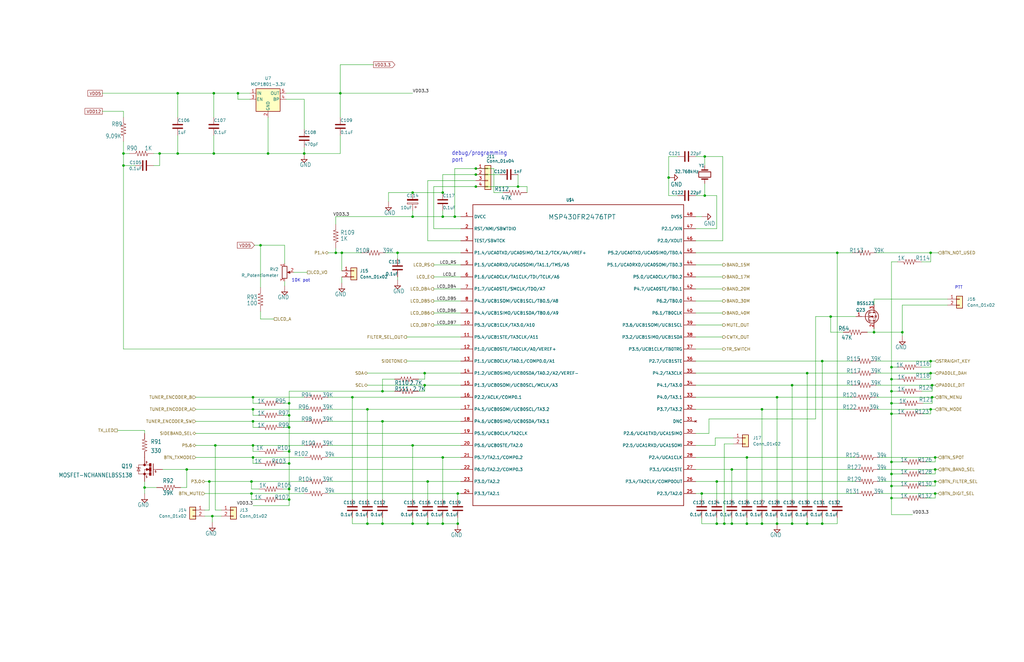
<source format=kicad_sch>
(kicad_sch (version 20230121) (generator eeschema)
  (paper "B")
  (junction (at 161.29 177.8))
  (junction (at 89.535 217.805))
  (junction (at 297.18 82.55))
  (junction (at 375.92 174.625))
  (junction (at 193.04 220.98))
  (junction (at 173.99 187.96))
  (junction (at 74.93 64.77))
  (junction (at 340.36 220.98))
  (junction (at 106.68 167.64))
  (junction (at 173.99 91.44))
  (junction (at 302.26 220.98))
  (junction (at 314.96 220.98))
  (junction (at 106.68 187.96))
  (junction (at 121.92 190.5))
  (junction (at 200.66 73.66))
  (junction (at 394.335 198.12))
  (junction (at 308.61 220.98))
  (junction (at 52.07 69.85))
  (junction (at 180.34 220.98))
  (junction (at 346.71 152.4))
  (junction (at 393.065 162.56))
  (junction (at 375.92 165.1))
  (junction (at 74.93 39.37))
  (junction (at 375.92 154.94))
  (junction (at 186.69 81.28))
  (junction (at 161.29 220.98))
  (junction (at 334.01 162.56))
  (junction (at 295.91 208.28))
  (junction (at 173.99 81.28))
  (junction (at 186.69 193.04))
  (junction (at 179.07 162.56))
  (junction (at 392.43 172.72))
  (junction (at 394.335 203.2))
  (junction (at 375.92 200.025))
  (junction (at 314.96 193.04))
  (junction (at 281.94 74.93))
  (junction (at 186.69 91.44))
  (junction (at 353.06 106.68))
  (junction (at 392.43 157.48))
  (junction (at 173.99 220.98))
  (junction (at 121.92 195.58))
  (junction (at 141.605 106.68))
  (junction (at 308.61 198.12))
  (junction (at 121.92 210.82))
  (junction (at 297.18 66.04))
  (junction (at 218.44 78.74))
  (junction (at 78.74 198.12))
  (junction (at 392.43 152.4))
  (junction (at 67.31 64.77))
  (junction (at 302.26 203.2))
  (junction (at 161.29 165.1))
  (junction (at 52.07 64.77))
  (junction (at 128.27 64.77))
  (junction (at 90.17 39.37))
  (junction (at 327.66 167.64))
  (junction (at 186.69 220.98))
  (junction (at 380.492 140.208))
  (junction (at 60.96 205.74))
  (junction (at 375.92 210.185))
  (junction (at 375.92 160.02))
  (junction (at 392.43 106.68))
  (junction (at 375.92 194.945))
  (junction (at 180.34 203.2))
  (junction (at 113.03 64.77))
  (junction (at 200.66 78.74))
  (junction (at 200.66 71.12))
  (junction (at 90.17 64.77))
  (junction (at 321.31 220.98))
  (junction (at 393.065 167.64))
  (junction (at 368.554 140.208))
  (junction (at 90.805 187.96))
  (junction (at 327.66 220.98))
  (junction (at 305.435 220.98))
  (junction (at 346.71 220.98))
  (junction (at 375.92 170.18))
  (junction (at 106.045 203.2))
  (junction (at 106.68 172.72))
  (junction (at 106.68 177.8))
  (junction (at 179.07 157.48))
  (junction (at 106.68 193.04))
  (junction (at 106.045 208.28))
  (junction (at 340.36 157.48))
  (junction (at 321.31 172.72))
  (junction (at 154.94 220.98))
  (junction (at 193.04 208.28))
  (junction (at 394.335 208.28))
  (junction (at 88.265 203.2))
  (junction (at 191.77 91.44))
  (junction (at 144.145 106.68))
  (junction (at 143.51 39.37))
  (junction (at 334.01 220.98))
  (junction (at 167.64 106.68))
  (junction (at 350.266 133.604))
  (junction (at 375.92 205.105))
  (junction (at 100.33 39.37))
  (junction (at 109.855 103.505))
  (junction (at 121.92 175.26))
  (junction (at 148.59 167.64))
  (junction (at 121.92 170.18))
  (junction (at 394.335 193.04))
  (junction (at 154.94 172.72))
  (junction (at 121.92 180.34))
  (junction (at 121.92 206.375))
  (wire (pts (xy 76.2 205.74) (xy 78.74 205.74)))
  (wire (pts (xy 67.31 69.85) (xy 67.31 64.77)))
  (wire (pts (xy 353.06 218.44) (xy 353.06 220.98)))
  (wire (pts (xy 369.57 106.68) (xy 392.43 106.68)))
  (wire (pts (xy 394.335 210.185) (xy 394.335 208.28)))
  (wire (pts (xy 353.06 106.68) (xy 353.06 210.82)))
  (wire (pts (xy 89.535 217.805) (xy 93.345 217.805)))
  (wire (pts (xy 191.77 71.12) (xy 200.66 71.12)))
  (wire (pts (xy 293.37 147.32) (xy 304.8 147.32)))
  (wire (pts (xy 163.83 81.28) (xy 173.99 81.28)))
  (wire (pts (xy 144.145 106.68) (xy 141.605 106.68)))
  (wire (pts (xy 109.855 121.285) (xy 109.855 103.505)))
  (wire (pts (xy 162.56 106.68) (xy 167.64 106.68)))
  (wire (pts (xy 52.07 69.85) (xy 52.07 147.32)))
  (wire (pts (xy 74.93 39.37) (xy 90.17 39.37)))
  (wire (pts (xy 375.92 110.49) (xy 378.46 110.49)))
  (wire (pts (xy 293.37 111.76) (xy 304.8 111.76)))
  (wire (pts (xy 128.27 167.64) (xy 106.68 167.64)))
  (wire (pts (xy 369.57 157.48) (xy 392.43 157.48)))
  (wire (pts (xy 143.51 57.15) (xy 143.51 64.77)))
  (wire (pts (xy 302.26 218.44) (xy 302.26 220.98)))
  (wire (pts (xy 171.45 142.24) (xy 194.31 142.24)))
  (wire (pts (xy 121.92 206.375) (xy 121.92 210.82)))
  (wire (pts (xy 74.93 49.53) (xy 74.93 39.37)))
  (wire (pts (xy 180.34 203.2) (xy 180.34 210.82)))
  (wire (pts (xy 305.435 220.98) (xy 308.61 220.98)))
  (wire (pts (xy 375.92 200.025) (xy 380.365 200.025)))
  (wire (pts (xy 186.69 193.04) (xy 186.69 210.82)))
  (wire (pts (xy 86.36 208.28) (xy 106.045 208.28)))
  (wire (pts (xy 180.34 76.2) (xy 180.34 101.6)))
  (wire (pts (xy 194.31 167.64) (xy 148.59 167.64)))
  (wire (pts (xy 138.43 177.8) (xy 161.29 177.8)))
  (wire (pts (xy 394.335 193.04) (xy 395.605 193.04)))
  (wire (pts (xy 350.266 133.604) (xy 350.266 140.208)))
  (wire (pts (xy 392.43 154.94) (xy 392.43 152.4)))
  (wire (pts (xy 74.93 57.15) (xy 74.93 64.77)))
  (wire (pts (xy 121.92 175.26) (xy 121.92 180.34)))
  (wire (pts (xy 167.64 106.68) (xy 167.64 109.22)))
  (wire (pts (xy 375.92 165.1) (xy 378.46 165.1)))
  (wire (pts (xy 154.94 157.48) (xy 179.07 157.48)))
  (wire (pts (xy 128.27 62.23) (xy 128.27 64.77)))
  (wire (pts (xy 105.41 41.91) (xy 100.33 41.91)))
  (wire (pts (xy 141.605 91.44) (xy 173.99 91.44)))
  (wire (pts (xy 393.065 167.64) (xy 394.335 167.64)))
  (wire (pts (xy 148.59 218.44) (xy 148.59 220.98)))
  (wire (pts (xy 173.99 187.96) (xy 173.99 210.82)))
  (wire (pts (xy 375.92 170.18) (xy 375.92 174.625)))
  (wire (pts (xy 143.51 27.305) (xy 157.48 27.305)))
  (wire (pts (xy 52.07 69.85) (xy 57.15 69.85)))
  (wire (pts (xy 161.29 165.1) (xy 166.37 165.1)))
  (wire (pts (xy 370.84 198.12) (xy 394.335 198.12)))
  (wire (pts (xy 141.605 91.44) (xy 141.605 94.615)))
  (wire (pts (xy 353.06 106.68) (xy 359.41 106.68)))
  (wire (pts (xy 375.92 154.94) (xy 375.92 160.02)))
  (wire (pts (xy 194.31 208.28) (xy 193.04 208.28)))
  (wire (pts (xy 389.255 170.18) (xy 393.065 170.18)))
  (wire (pts (xy 176.53 165.1) (xy 179.07 165.1)))
  (wire (pts (xy 163.83 85.09) (xy 163.83 81.28)))
  (wire (pts (xy 304.8 66.04) (xy 297.18 66.04)))
  (wire (pts (xy 64.77 64.77) (xy 67.31 64.77)))
  (wire (pts (xy 182.88 78.74) (xy 182.88 96.52)))
  (wire (pts (xy 340.36 218.44) (xy 340.36 220.98)))
  (wire (pts (xy 346.71 218.44) (xy 346.71 220.98)))
  (wire (pts (xy 340.36 220.98) (xy 346.71 220.98)))
  (wire (pts (xy 297.18 82.55) (xy 293.37 82.55)))
  (wire (pts (xy 295.91 208.28) (xy 295.91 210.82)))
  (wire (pts (xy 346.71 152.4) (xy 346.71 210.82)))
  (wire (pts (xy 390.525 210.185) (xy 394.335 210.185)))
  (wire (pts (xy 78.74 198.12) (xy 194.31 198.12)))
  (wire (pts (xy 392.43 174.625) (xy 392.43 172.72)))
  (wire (pts (xy 340.36 157.48) (xy 359.41 157.48)))
  (wire (pts (xy 365.76 140.208) (xy 368.554 140.208)))
  (wire (pts (xy 186.69 73.66) (xy 200.66 73.66)))
  (wire (pts (xy 128.27 41.91) (xy 128.27 54.61)))
  (wire (pts (xy 375.92 210.185) (xy 375.92 217.17)))
  (wire (pts (xy 100.33 39.37) (xy 105.41 39.37)))
  (wire (pts (xy 295.91 218.44) (xy 295.91 220.98)))
  (wire (pts (xy 106.045 210.82) (xy 106.045 208.28)))
  (wire (pts (xy 64.77 69.85) (xy 67.31 69.85)))
  (wire (pts (xy 293.37 162.56) (xy 334.01 162.56)))
  (wire (pts (xy 394.335 198.12) (xy 395.605 198.12)))
  (wire (pts (xy 375.92 165.1) (xy 375.92 170.18)))
  (wire (pts (xy 293.37 157.48) (xy 340.36 157.48)))
  (wire (pts (xy 293.37 203.2) (xy 302.26 203.2)))
  (wire (pts (xy 375.92 174.625) (xy 379.095 174.625)))
  (wire (pts (xy 370.84 193.04) (xy 394.335 193.04)))
  (wire (pts (xy 128.27 177.8) (xy 106.68 177.8)))
  (wire (pts (xy 52.07 64.77) (xy 54.61 64.77)))
  (wire (pts (xy 295.91 220.98) (xy 302.26 220.98)))
  (wire (pts (xy 194.31 127) (xy 182.88 127)))
  (wire (pts (xy 119.38 170.18) (xy 121.92 170.18)))
  (wire (pts (xy 390.525 205.105) (xy 394.335 205.105)))
  (wire (pts (xy 90.805 187.96) (xy 106.68 187.96)))
  (wire (pts (xy 193.04 218.44) (xy 193.04 220.98)))
  (wire (pts (xy 60.96 205.74) (xy 60.96 208.28)))
  (wire (pts (xy 314.96 218.44) (xy 314.96 220.98)))
  (wire (pts (xy 293.37 132.08) (xy 304.8 132.08)))
  (wire (pts (xy 360.934 133.604) (xy 350.266 133.604)))
  (wire (pts (xy 186.69 193.04) (xy 194.31 193.04)))
  (wire (pts (xy 343.916 133.604) (xy 350.266 133.604)))
  (wire (pts (xy 191.77 71.12) (xy 191.77 91.44)))
  (wire (pts (xy 186.69 88.9) (xy 186.69 91.44)))
  (wire (pts (xy 392.43 157.48) (xy 394.335 157.48)))
  (wire (pts (xy 375.92 194.945) (xy 380.365 194.945)))
  (wire (pts (xy 119.38 206.375) (xy 121.92 206.375)))
  (wire (pts (xy 52.07 46.99) (xy 52.07 49.53)))
  (wire (pts (xy 340.36 157.48) (xy 340.36 210.82)))
  (wire (pts (xy 182.88 96.52) (xy 194.31 96.52)))
  (wire (pts (xy 90.17 64.77) (xy 113.03 64.77)))
  (wire (pts (xy 375.92 205.105) (xy 380.365 205.105)))
  (wire (pts (xy 86.36 215.265) (xy 88.265 215.265)))
  (wire (pts (xy 106.68 187.96) (xy 128.27 187.96)))
  (wire (pts (xy 314.96 193.04) (xy 360.68 193.04)))
  (wire (pts (xy 369.57 172.72) (xy 392.43 172.72)))
  (wire (pts (xy 281.94 66.04) (xy 285.75 66.04)))
  (wire (pts (xy 302.26 203.2) (xy 302.26 210.82)))
  (wire (pts (xy 106.68 177.8) (xy 82.55 177.8)))
  (wire (pts (xy 193.04 208.28) (xy 193.04 210.82)))
  (wire (pts (xy 138.43 172.72) (xy 154.94 172.72)))
  (wire (pts (xy 49.53 181.61) (xy 60.96 181.61)))
  (wire (pts (xy 106.68 172.72) (xy 82.55 172.72)))
  (wire (pts (xy 305.435 187.325) (xy 309.245 187.325)))
  (wire (pts (xy 86.36 217.805) (xy 89.535 217.805)))
  (wire (pts (xy 293.37 198.12) (xy 308.61 198.12)))
  (wire (pts (xy 297.18 69.85) (xy 297.18 66.04)))
  (wire (pts (xy 388.62 165.1) (xy 393.065 165.1)))
  (wire (pts (xy 390.525 194.945) (xy 394.335 194.945)))
  (wire (pts (xy 304.8 101.6) (xy 304.8 66.04)))
  (wire (pts (xy 194.31 106.68) (xy 167.64 106.68)))
  (wire (pts (xy 78.74 205.74) (xy 78.74 198.12)))
  (wire (pts (xy 120.65 41.91) (xy 128.27 41.91)))
  (wire (pts (xy 285.75 82.55) (xy 281.94 82.55)))
  (wire (pts (xy 179.07 162.56) (xy 194.31 162.56)))
  (wire (pts (xy 52.07 59.69) (xy 52.07 64.77)))
  (wire (pts (xy 154.94 172.72) (xy 154.94 210.82)))
  (wire (pts (xy 106.68 195.58) (xy 106.68 193.04)))
  (wire (pts (xy 143.51 39.37) (xy 143.51 49.53)))
  (wire (pts (xy 82.55 193.04) (xy 106.68 193.04)))
  (wire (pts (xy 394.335 200.025) (xy 394.335 198.12)))
  (wire (pts (xy 43.18 39.37) (xy 74.93 39.37)))
  (wire (pts (xy 369.57 162.56) (xy 393.065 162.56)))
  (wire (pts (xy 388.62 110.49) (xy 392.43 110.49)))
  (wire (pts (xy 194.31 203.2) (xy 180.34 203.2)))
  (wire (pts (xy 154.94 218.44) (xy 154.94 220.98)))
  (wire (pts (xy 194.31 116.84) (xy 182.88 116.84)))
  (wire (pts (xy 293.37 182.88) (xy 298.958 182.88)))
  (wire (pts (xy 293.37 172.72) (xy 321.31 172.72)))
  (wire (pts (xy 308.61 218.44) (xy 308.61 220.98)))
  (wire (pts (xy 128.27 203.2) (xy 106.045 203.2)))
  (wire (pts (xy 293.37 106.68) (xy 353.06 106.68)))
  (wire (pts (xy 90.805 215.265) (xy 90.805 187.96)))
  (wire (pts (xy 128.27 172.72) (xy 106.68 172.72)))
  (wire (pts (xy 82.55 182.88) (xy 194.31 182.88)))
  (wire (pts (xy 113.03 49.53) (xy 113.03 64.77)))
  (wire (pts (xy 113.03 64.77) (xy 128.27 64.77)))
  (wire (pts (xy 370.84 203.2) (xy 394.335 203.2)))
  (wire (pts (xy 120.65 39.37) (xy 143.51 39.37)))
  (wire (pts (xy 293.37 193.04) (xy 314.96 193.04)))
  (wire (pts (xy 194.31 172.72) (xy 154.94 172.72)))
  (wire (pts (xy 281.94 74.93) (xy 281.94 66.04)))
  (wire (pts (xy 148.59 167.64) (xy 148.59 210.82)))
  (wire (pts (xy 298.958 176.784) (xy 343.916 176.784)))
  (wire (pts (xy 161.29 218.44) (xy 161.29 220.98)))
  (wire (pts (xy 321.31 210.82) (xy 321.31 172.72)))
  (wire (pts (xy 106.68 213.36) (xy 121.92 213.36)))
  (wire (pts (xy 144.145 116.84) (xy 144.145 119.38)))
  (wire (pts (xy 121.92 170.18) (xy 121.92 175.26)))
  (wire (pts (xy 293.37 101.6) (xy 304.8 101.6)))
  (wire (pts (xy 375.92 174.625) (xy 375.92 194.945)))
  (wire (pts (xy 191.77 91.44) (xy 186.69 91.44)))
  (wire (pts (xy 353.06 220.98) (xy 346.71 220.98)))
  (wire (pts (xy 380.492 140.208) (xy 380.492 141.732)))
  (wire (pts (xy 138.43 187.96) (xy 173.99 187.96)))
  (wire (pts (xy 375.92 194.945) (xy 375.92 200.025)))
  (wire (pts (xy 218.44 78.74) (xy 218.44 73.66)))
  (wire (pts (xy 308.61 220.98) (xy 314.96 220.98)))
  (wire (pts (xy 334.01 218.44) (xy 334.01 220.98)))
  (wire (pts (xy 52.07 147.32) (xy 194.31 147.32)))
  (wire (pts (xy 392.43 106.68) (xy 395.605 106.68)))
  (wire (pts (xy 138.43 203.2) (xy 180.34 203.2)))
  (wire (pts (xy 106.68 175.26) (xy 106.68 172.72)))
  (wire (pts (xy 138.43 193.04) (xy 186.69 193.04)))
  (wire (pts (xy 392.43 160.02) (xy 392.43 157.48)))
  (wire (pts (xy 369.57 152.4) (xy 392.43 152.4)))
  (wire (pts (xy 109.22 180.34) (xy 106.68 180.34)))
  (wire (pts (xy 293.37 127) (xy 304.8 127)))
  (wire (pts (xy 218.44 78.74) (xy 222.25 78.74)))
  (wire (pts (xy 346.71 152.4) (xy 359.41 152.4)))
  (wire (pts (xy 154.94 220.98) (xy 161.29 220.98)))
  (wire (pts (xy 120.015 118.745) (xy 120.015 120.65)))
  (wire (pts (xy 293.37 167.64) (xy 327.66 167.64)))
  (wire (pts (xy 327.66 167.64) (xy 327.66 210.82)))
  (wire (pts (xy 375.92 210.185) (xy 380.365 210.185)))
  (wire (pts (xy 194.31 91.44) (xy 191.77 91.44)))
  (wire (pts (xy 161.29 177.8) (xy 161.29 210.82)))
  (wire (pts (xy 180.34 101.6) (xy 194.31 101.6)))
  (wire (pts (xy 394.335 208.28) (xy 395.605 208.28)))
  (wire (pts (xy 293.37 152.4) (xy 346.71 152.4)))
  (wire (pts (xy 173.99 91.44) (xy 173.99 88.9)))
  (wire (pts (xy 121.92 190.5) (xy 121.92 195.58)))
  (wire (pts (xy 52.07 64.77) (xy 52.07 69.85)))
  (wire (pts (xy 393.065 170.18) (xy 393.065 167.64)))
  (wire (pts (xy 334.01 220.98) (xy 340.36 220.98)))
  (wire (pts (xy 194.31 137.16) (xy 182.88 137.16)))
  (wire (pts (xy 394.335 205.105) (xy 394.335 203.2)))
  (wire (pts (xy 119.38 195.58) (xy 121.92 195.58)))
  (wire (pts (xy 109.22 210.82) (xy 106.045 210.82)))
  (wire (pts (xy 138.43 106.68) (xy 141.605 106.68)))
  (wire (pts (xy 138.43 208.28) (xy 193.04 208.28)))
  (wire (pts (xy 143.51 39.37) (xy 173.99 39.37)))
  (wire (pts (xy 176.53 160.02) (xy 179.07 160.02)))
  (wire (pts (xy 90.17 39.37) (xy 100.33 39.37)))
  (wire (pts (xy 106.68 180.34) (xy 106.68 177.8)))
  (wire (pts (xy 166.37 160.02) (xy 161.29 160.02)))
  (wire (pts (xy 120.015 103.505) (xy 120.015 111.125)))
  (wire (pts (xy 399.542 128.778) (xy 380.492 128.778)))
  (wire (pts (xy 392.43 110.49) (xy 392.43 106.68)))
  (wire (pts (xy 60.96 203.2) (xy 60.96 205.74)))
  (wire (pts (xy 301.625 187.96) (xy 301.625 184.785)))
  (wire (pts (xy 368.554 138.684) (xy 368.554 140.208)))
  (wire (pts (xy 321.31 218.44) (xy 321.31 220.98)))
  (wire (pts (xy 161.29 220.98) (xy 173.99 220.98)))
  (wire (pts (xy 301.625 184.785) (xy 309.245 184.785)))
  (wire (pts (xy 179.07 165.1) (xy 179.07 162.56)))
  (wire (pts (xy 144.145 106.68) (xy 144.145 114.3)))
  (wire (pts (xy 200.66 73.66) (xy 210.82 73.66)))
  (wire (pts (xy 302.26 82.55) (xy 297.18 82.55)))
  (wire (pts (xy 200.66 78.74) (xy 218.44 78.74)))
  (wire (pts (xy 180.34 220.98) (xy 186.69 220.98)))
  (wire (pts (xy 194.31 121.92) (xy 182.88 121.92)))
  (wire (pts (xy 67.31 64.77) (xy 74.93 64.77)))
  (wire (pts (xy 298.958 182.88) (xy 298.958 176.784)))
  (wire (pts (xy 109.22 190.5) (xy 106.68 190.5)))
  (wire (pts (xy 173.99 81.28) (xy 186.69 81.28)))
  (wire (pts (xy 281.94 82.55) (xy 281.94 74.93)))
  (wire (pts (xy 308.61 198.12) (xy 308.61 210.82)))
  (wire (pts (xy 106.045 208.28) (xy 128.27 208.28)))
  (wire (pts (xy 173.99 220.98) (xy 180.34 220.98)))
  (wire (pts (xy 186.69 218.44) (xy 186.69 220.98)))
  (wire (pts (xy 173.99 218.44) (xy 173.99 220.98)))
  (wire (pts (xy 182.88 78.74) (xy 200.66 78.74)))
  (wire (pts (xy 389.255 174.625) (xy 392.43 174.625)))
  (wire (pts (xy 293.37 208.28) (xy 295.91 208.28)))
  (wire (pts (xy 121.92 195.58) (xy 121.92 206.375)))
  (wire (pts (xy 392.43 172.72) (xy 394.335 172.72)))
  (wire (pts (xy 293.37 142.24) (xy 304.8 142.24)))
  (wire (pts (xy 194.31 111.76) (xy 182.88 111.76)))
  (wire (pts (xy 119.38 180.34) (xy 121.92 180.34)))
  (wire (pts (xy 109.22 206.375) (xy 106.045 206.375)))
  (wire (pts (xy 106.68 193.04) (xy 128.27 193.04)))
  (wire (pts (xy 375.92 154.94) (xy 378.46 154.94)))
  (wire (pts (xy 350.266 140.208) (xy 355.6 140.208)))
  (wire (pts (xy 394.335 203.2) (xy 395.605 203.2)))
  (wire (pts (xy 368.554 126.238) (xy 399.542 126.238)))
  (wire (pts (xy 375.92 205.105) (xy 375.92 210.185)))
  (wire (pts (xy 334.01 220.98) (xy 327.66 220.98)))
  (wire (pts (xy 368.554 126.238) (xy 368.554 128.524)))
  (wire (pts (xy 375.92 170.18) (xy 379.095 170.18)))
  (wire (pts (xy 394.335 194.945) (xy 394.335 193.04)))
  (wire (pts (xy 128.27 64.77) (xy 143.51 64.77)))
  (wire (pts (xy 82.55 187.96) (xy 90.805 187.96)))
  (wire (pts (xy 74.93 64.77) (xy 90.17 64.77)))
  (wire (pts (xy 143.51 39.37) (xy 143.51 27.305)))
  (wire (pts (xy 109.855 134.62) (xy 115.57 134.62)))
  (wire (pts (xy 321.31 220.98) (xy 327.66 220.98)))
  (wire (pts (xy 167.64 116.84) (xy 167.64 118.11)))
  (wire (pts (xy 88.265 203.2) (xy 86.36 203.2)))
  (wire (pts (xy 302.26 96.52) (xy 302.26 82.55)))
  (wire (pts (xy 148.59 220.98) (xy 154.94 220.98)))
  (wire (pts (xy 89.535 217.805) (xy 89.535 220.345)))
  (wire (pts (xy 390.525 200.025) (xy 394.335 200.025)))
  (wire (pts (xy 173.99 187.96) (xy 194.31 187.96)))
  (wire (pts (xy 295.91 208.28) (xy 360.68 208.28)))
  (wire (pts (xy 106.68 167.64) (xy 82.55 167.64)))
  (wire (pts (xy 141.605 104.775) (xy 141.605 106.68)))
  (wire (pts (xy 334.01 162.56) (xy 359.41 162.56)))
  (wire (pts (xy 186.69 91.44) (xy 173.99 91.44)))
  (wire (pts (xy 90.17 39.37) (xy 90.17 49.53)))
  (wire (pts (xy 109.22 170.18) (xy 106.68 170.18)))
  (wire (pts (xy 109.855 131.445) (xy 109.855 134.62)))
  (wire (pts (xy 321.31 172.72) (xy 359.41 172.72)))
  (wire (pts (xy 375.92 200.025) (xy 375.92 205.105)))
  (wire (pts (xy 194.31 132.08) (xy 182.88 132.08)))
  (wire (pts (xy 293.37 91.44) (xy 295.91 91.44)))
  (wire (pts (xy 334.01 162.56) (xy 334.01 210.82)))
  (wire (pts (xy 194.31 177.8) (xy 161.29 177.8)))
  (wire (pts (xy 66.04 205.74) (xy 60.96 205.74)))
  (wire (pts (xy 388.62 154.94) (xy 392.43 154.94)))
  (wire (pts (xy 106.68 190.5) (xy 106.68 187.96)))
  (wire (pts (xy 106.68 170.18) (xy 106.68 167.64)))
  (wire (pts (xy 208.28 81.28) (xy 208.28 71.12)))
  (wire (pts (xy 368.554 140.208) (xy 380.492 140.208)))
  (wire (pts (xy 186.69 73.66) (xy 186.69 81.28)))
  (wire (pts (xy 393.065 165.1) (xy 393.065 162.56)))
  (wire (pts (xy 109.855 103.505) (xy 107.315 103.505)))
  (wire (pts (xy 152.4 106.68) (xy 144.145 106.68)))
  (wire (pts (xy 370.84 208.28) (xy 394.335 208.28)))
  (wire (pts (xy 375.92 217.17) (xy 384.81 217.17)))
  (wire (pts (xy 90.17 57.15) (xy 90.17 64.77)))
  (wire (pts (xy 293.37 66.04) (xy 297.18 66.04)))
  (wire (pts (xy 369.57 167.64) (xy 393.065 167.64)))
  (wire (pts (xy 302.26 220.98) (xy 305.435 220.98)))
  (wire (pts (xy 179.07 157.48) (xy 194.31 157.48)))
  (wire (pts (xy 343.916 176.784) (xy 343.916 133.604)))
  (wire (pts (xy 293.37 137.16) (xy 304.8 137.16)))
  (wire (pts (xy 120.015 103.505) (xy 109.855 103.505)))
  (wire (pts (xy 154.94 162.56) (xy 179.07 162.56)))
  (wire (pts (xy 123.825 114.935) (xy 129.54 114.935)))
  (wire (pts (xy 161.29 160.02) (xy 161.29 165.1)))
  (wire (pts (xy 121.92 180.34) (xy 121.92 190.5)))
  (wire (pts (xy 392.43 152.4) (xy 394.335 152.4)))
  (wire (pts (xy 180.34 218.44) (xy 180.34 220.98)))
  (wire (pts (xy 138.43 167.64) (xy 148.59 167.64)))
  (wire (pts (xy 88.265 215.265) (xy 88.265 203.2)))
  (wire (pts (xy 186.69 220.98) (xy 193.04 220.98)))
  (wire (pts (xy 100.33 41.91) (xy 100.33 39.37)))
  (wire (pts (xy 375.92 110.49) (xy 375.92 154.94)))
  (wire (pts (xy 106.045 206.375) (xy 106.045 203.2)))
  (wire (pts (xy 293.37 187.96) (xy 301.625 187.96)))
  (wire (pts (xy 161.29 165.1) (xy 121.92 165.1)))
  (wire (pts (xy 119.38 190.5) (xy 121.92 190.5)))
  (wire (pts (xy 60.96 181.61) (xy 60.96 182.88)))
  (wire (pts (xy 200.66 76.2) (xy 180.34 76.2)))
  (wire (pts (xy 119.38 175.26) (xy 121.92 175.26)))
  (wire (pts (xy 302.26 203.2) (xy 360.68 203.2)))
  (wire (pts (xy 43.18 46.99) (xy 52.07 46.99)))
  (wire (pts (xy 109.22 175.26) (xy 106.68 175.26)))
  (wire (pts (xy 78.74 198.12) (xy 68.58 198.12)))
  (wire (pts (xy 314.96 193.04) (xy 314.96 210.82)))
  (wire (pts (xy 293.37 96.52) (xy 302.26 96.52)))
  (wire (pts (xy 222.25 78.74) (xy 222.25 81.28)))
  (wire (pts (xy 106.045 203.2) (xy 88.265 203.2)))
  (wire (pts (xy 308.61 198.12) (xy 360.68 198.12)))
  (wire (pts (xy 208.28 81.28) (xy 212.09 81.28)))
  (wire (pts (xy 171.45 152.4) (xy 194.31 152.4)))
  (wire (pts (xy 109.22 195.58) (xy 106.68 195.58)))
  (wire (pts (xy 200.66 71.12) (xy 208.28 71.12)))
  (wire (pts (xy 119.38 210.82) (xy 121.92 210.82)))
  (wire (pts (xy 327.66 218.44) (xy 327.66 220.98)))
  (wire (pts (xy 393.065 162.56) (xy 394.335 162.56)))
  (wire (pts (xy 293.37 121.92) (xy 304.8 121.92)))
  (wire (pts (xy 121.92 165.1) (xy 121.92 170.18)))
  (wire (pts (xy 293.37 116.84) (xy 304.8 116.84)))
  (wire (pts (xy 179.07 160.02) (xy 179.07 157.48)))
  (wire (pts (xy 380.492 128.778) (xy 380.492 140.208)))
  (wire (pts (xy 388.62 160.02) (xy 392.43 160.02)))
  (wire (pts (xy 314.96 220.98) (xy 321.31 220.98)))
  (wire (pts (xy 297.18 82.55) (xy 297.18 77.47)))
  (wire (pts (xy 93.345 215.265) (xy 90.805 215.265)))
  (wire (pts (xy 375.92 160.02) (xy 375.92 165.1)))
  (wire (pts (xy 327.66 167.64) (xy 359.41 167.64)))
  (wire (pts (xy 121.92 210.82) (xy 121.92 213.36)))
  (wire (pts (xy 305.435 187.325) (xy 305.435 220.98)))
  (wire (pts (xy 375.92 160.02) (xy 378.46 160.02)))
  (text "PTT" (at 402.59 122.174 0) (effects (font (size 1.27 1.27)) (justify left bottom)))
  (text "debug/programming\nport" (at 190.5 68.58 0) (effects (font (size 1.778 1.5113)) (justify left bottom)))
  (text "10K pot" (at 122.936 119.126 0) (effects (font (size 1.27 1.27)) (justify left bottom)))
  (label "LCD_E" (at 186.69 116.84 0) (effects (font (size 1.2446 1.2446))))
  (label "VDD3.3" (at 147.32 91.44 180))
  (label "VDD3.3" (at 106.68 213.36 180))
  (label "LCD_DB6" (at 184.15 132.08 0) (effects (font (size 1.2446 1.2446))))
  (label "VDD3.3" (at 173.99 39.37 0))
  (label "LCD_DB7" (at 184.15 137.16 0) (effects (font (size 1.2446 1.2446))))
  (label "LCD_DB4" (at 184.15 121.92 0) (effects (font (size 1.2446 1.2446))))
  (label "VDD3.3" (at 384.81 217.17 0))
  (label "LCD_RS" (at 185.42 111.76 0) (effects (font (size 1.2446 1.2446))))
  (label "LCD_DB5" (at 184.15 127 0) (effects (font (size 1.2446 1.2446))))
  (global_label "VDD5" (shape passive) (at 43.18 39.37 180) (property "Intersheetrefs" "${INTERSHEET_REFS}" (at 36.468 39.37 0) (effects (justify right))))
  (global_label "VDD5" (shape input) (at 107.315 103.505 180) (property "Intersheetrefs" "${INTERSHEET_REFS}" (at 99.8126 103.505 0) (effects (justify right))))
  (global_label "VDD12" (shape passive) (at 43.18 46.99 180) (property "Intersheetrefs" "${INTERSHEET_REFS}" (at 35.2585 46.99 0) (effects (justify right))))
  (global_label "VDD3.3" (shape output) (at 157.48 27.305 0) (property "Intersheetrefs" "${INTERSHEET_REFS}" (at 166.4651 27.305 0) (effects (justify left))))
  (hierarchical_label "BTN_MENU" (shape input) (at 394.335 167.64 0))
  (hierarchical_label "BAND_20M" (shape output) (at 304.8 121.92 0))
  (hierarchical_label "BAND_40M" (shape output) (at 304.8 132.08 0))
  (hierarchical_label "TUNER_ENCODER_B" (shape input) (at 82.55 167.64 180))
  (hierarchical_label "P3.0" (shape bidirectional) (at 86.36 203.2 180))
  (hierarchical_label "LCD_DB7" (shape output) (at 182.88 137.16 180))
  (hierarchical_label "TR_SWITCH" (shape output) (at 304.8 147.32 0))
  (hierarchical_label "BTN_FILTER_SEL" (shape input) (at 395.605 203.2 0))
  (hierarchical_label "SIDETONE" (shape output) (at 171.45 152.4 180))
  (hierarchical_label "TX_LED" (shape passive) (at 49.53 181.61 180))
  (hierarchical_label "SCL" (shape bidirectional) (at 154.94 162.56 180))
  (hierarchical_label "TUNER_ENCODER_A" (shape input) (at 82.55 172.72 180))
  (hierarchical_label "LCD_DB4" (shape output) (at 182.88 121.92 180))
  (hierarchical_label "MUTE_OUT" (shape output) (at 304.8 137.16 0))
  (hierarchical_label "P5.6" (shape bidirectional) (at 82.55 187.96 180))
  (hierarchical_label "BTN_TXMODE" (shape input) (at 82.55 193.04 180))
  (hierarchical_label "CWTX_OUT" (shape output) (at 304.8 142.24 0))
  (hierarchical_label "PADDLE_DIT" (shape input) (at 394.335 162.56 0))
  (hierarchical_label "LCD_A" (shape passive) (at 115.57 134.62 0))
  (hierarchical_label "LCD_RS" (shape output) (at 182.88 111.76 180))
  (hierarchical_label "LCD_VO" (shape passive) (at 129.54 114.935 0))
  (hierarchical_label "BAND_17M" (shape output) (at 304.8 116.84 0))
  (hierarchical_label "BTN_MODE" (shape input) (at 394.335 172.72 0))
  (hierarchical_label "BTN_MUTE" (shape input) (at 86.36 208.28 180))
  (hierarchical_label "LCD_E" (shape output) (at 182.88 116.84 180))
  (hierarchical_label "BTN_NOT_USED" (shape input) (at 395.605 106.68 0))
  (hierarchical_label "BTN_DIGIT_SEL" (shape input) (at 395.605 208.28 0))
  (hierarchical_label "FILTER_SEL_OUT" (shape output) (at 171.45 142.24 180))
  (hierarchical_label "STRAIGHT_KEY" (shape input) (at 394.335 152.4 0))
  (hierarchical_label "BAND_30M" (shape output) (at 304.8 127 0))
  (hierarchical_label "SIDEBAND_SEL" (shape bidirectional) (at 82.55 182.88 180))
  (hierarchical_label "BAND_15M" (shape output) (at 304.8 111.76 0))
  (hierarchical_label "P1.4" (shape bidirectional) (at 138.43 106.68 180))
  (hierarchical_label "PADDLE_DAH" (shape input) (at 394.335 157.48 0))
  (hierarchical_label "SDA" (shape bidirectional) (at 154.94 157.48 180))
  (hierarchical_label "LCD_DB5" (shape output) (at 182.88 127 180))
  (hierarchical_label "TUNER_ENCODER_SW" (shape input) (at 82.55 177.8 180))
  (hierarchical_label "LCD_DB6" (shape output) (at 182.88 132.08 180))
  (hierarchical_label "BTN_SPOT" (shape input) (at 395.605 193.04 0))
  (hierarchical_label "BTN_BAND_SEL" (shape input) (at 395.605 198.12 0))
  (symbol (lib_id "main-eagle-import:GND") (at 327.66 223.52 0) (mirror y) (unit 1)
    (property "Reference" "#SUPPLY024" (effects hide))
    (property "Value" "GND" (at 329.565 226.695 0) (effects (font (size 1.778 1.5113)) (justify left bottom)))
    (property "Footprint" "main:" (effects hide))
  )
  (symbol (lib_id "main-eagle-import:RESISTOR0603") (at 364.49 152.4 0) (unit 1)
    (property "Reference" "R115" (at 356.87 152.4 0) (effects (font (size 1.778 1.5113)) (justify left bottom)))
    (property "Value" "39K" (at 367.03 152.4 0) (effects (font (size 1.778 1.5113)) (justify left bottom)))
    (property "Footprint" "Resistor_SMD:R_0603_1608Metric_Pad0.98x0.95mm_HandSolder" (effects hide))
  )
  (symbol (lib_id "main-eagle-import:RESISTOR0603") (at 133.35 172.72 0) (unit 1)
    (property "Reference" "R96" (at 125.73 172.72 0) (effects (font (size 1.778 1.5113)) (justify left bottom)))
    (property "Value" "39K" (at 135.89 172.72 0) (effects (font (size 1.778 1.5113)) (justify left bottom)))
    (property "Footprint" "Resistor_SMD:R_0603_1608Metric_Pad0.98x0.95mm_HandSolder" (effects hide))
  )
  (symbol (lib_id "main-eagle-import:RESISTOR0603") (at 217.17 81.28 180) (unit 1)
    (property "Reference" "R112" (at 214.63 78.74 0) (effects (font (size 1.778 1.5113)) (justify left bottom)))
    (property "Value" "47K" (at 215.9 82.55 0) (effects (font (size 1.778 1.5113)) (justify left bottom)))
    (property "Footprint" "Resistor_SMD:R_0603_1608Metric_Pad0.98x0.95mm_HandSolder" (effects hide))
  )
  (symbol (lib_id "Device:C") (at 128.27 58.42 0) (unit 1)
    (property "Reference" "C108" (at 128.27 55.88 0) (effects (justify left)))
    (property "Value" "470pF" (at 128.27 60.96 0) (effects (justify left)))
    (property "Footprint" "Capacitor_SMD:C_0603_1608Metric_Pad1.08x0.95mm_HandSolder" (effects hide))
  )
  (symbol (lib_id "main-eagle-import:RESISTOR0603") (at 71.12 205.74 0) (mirror x) (unit 1)
    (property "Reference" "R92" (at 68.58 201.93 0) (effects (font (size 1.778 1.5113)) (justify left bottom)))
    (property "Value" "39K" (at 68.58 207.01 0) (effects (font (size 1.778 1.5113)) (justify left bottom)))
    (property "Footprint" "Resistor_SMD:R_0603_1608Metric_Pad0.98x0.95mm_HandSolder" (effects hide))
  )
  (symbol (lib_id "main-eagle-import:GND") (at 144.145 121.92 0) (mirror y) (unit 1)
    (property "Reference" "#SUPPLY031" (effects hide))
    (property "Value" "GND" (at 146.05 125.095 0) (effects (font (size 1.778 1.5113)) (justify left bottom)))
    (property "Footprint" "main:" (effects hide))
  )
  (symbol (lib_id "main-eagle-import:RESISTOR0603") (at 114.3 206.375 0) (mirror x) (unit 1)
    (property "Reference" "R105" (at 116.84 203.835 0) (effects (font (size 1.778 1.5113)) (justify left bottom)))
    (property "Value" "1K" (at 109.22 203.835 0) (effects (font (size 1.778 1.5113)) (justify left bottom)))
    (property "Footprint" "Resistor_SMD:R_0603_1608Metric_Pad0.98x0.95mm_HandSolder" (effects hide))
  )
  (symbol (lib_id "main-eagle-import:RESISTOR0603") (at 365.76 193.04 180) (unit 1)
    (property "Reference" "R125" (at 362.585 191.135 0) (effects (font (size 1.778 1.5113)) (justify left bottom)))
    (property "Value" "39k" (at 374.015 191.135 0) (effects (font (size 1.778 1.5113)) (justify left bottom)))
    (property "Footprint" "Resistor_SMD:R_0603_1608Metric_Pad0.98x0.95mm_HandSolder" (effects hide))
  )
  (symbol (lib_id "main-eagle-import:GND") (at 380.492 144.272 0) (mirror y) (unit 1)
    (property "Reference" "#SUPPLY032" (effects hide))
    (property "Value" "GND" (at 382.397 147.447 0) (effects (font (size 1.778 1.5113)) (justify left bottom)))
    (property "Footprint" "main:" (effects hide))
  )
  (symbol (lib_id "main-eagle-import:RESISTOR0603") (at 114.3 210.82 0) (mirror y) (unit 1)
    (property "Reference" "R107" (at 121.92 210.82 0) (effects (font (size 1.778 1.5113)) (justify left bottom)))
    (property "Value" "1K" (at 110.49 210.82 0) (effects (font (size 1.778 1.5113)) (justify left bottom)))
    (property "Footprint" "Resistor_SMD:R_0603_1608Metric_Pad0.98x0.95mm_HandSolder" (effects hide))
  )
  (symbol (lib_id "Device:C") (at 180.34 214.63 0) (unit 1)
    (property "Reference" "C116" (at 176.53 212.09 0) (effects (justify left)))
    (property "Value" "0.1uF" (at 175.26 217.17 0) (effects (justify left)))
    (property "Footprint" "Capacitor_SMD:C_0603_1608Metric_Pad1.08x0.95mm_HandSolder" (effects hide))
  )
  (symbol (lib_id "main-eagle-import:RESISTOR0603") (at 385.445 205.105 0) (mirror y) (unit 1)
    (property "Reference" "R130" (at 393.065 205.105 0) (effects (font (size 1.778 1.5113)) (justify left bottom)))
    (property "Value" "1K" (at 382.905 205.105 0) (effects (font (size 1.778 1.5113)) (justify left bottom)))
    (property "Footprint" "Resistor_SMD:R_0603_1608Metric_Pad0.98x0.95mm_HandSolder" (effects hide))
  )
  (symbol (lib_id "Connector_Generic:Conn_01x02") (at 98.425 215.265 0) (unit 1)
    (property "Reference" "J13" (at 100.965 215.265 0) (effects (justify left)))
    (property "Value" "Conn_01x02" (at 100.965 217.805 0) (effects (justify left)))
    (property "Footprint" "Connector_PinHeader_2.54mm:PinHeader_1x02_P2.54mm_Vertical" (effects hide))
  )
  (symbol (lib_id "main-eagle-import:RESISTOR0603") (at 114.3 190.5 0) (mirror x) (unit 1)
    (property "Reference" "R101" (at 116.84 187.96 0) (effects (font (size 1.778 1.5113)) (justify left bottom)))
    (property "Value" "1K" (at 107.95 187.96 0) (effects (font (size 1.778 1.5113)) (justify left bottom)))
    (property "Footprint" "Resistor_SMD:R_0603_1608Metric_Pad0.98x0.95mm_HandSolder" (effects hide))
  )
  (symbol (lib_id "Device:C") (at 161.29 214.63 0) (unit 1)
    (property "Reference" "C112" (at 157.48 212.09 0) (effects (justify left)))
    (property "Value" "0.1uF" (at 156.21 217.17 0) (effects (justify left)))
    (property "Footprint" "Capacitor_SMD:C_0603_1608Metric_Pad1.08x0.95mm_HandSolder" (effects hide))
  )
  (symbol (lib_id "main-eagle-import:RESISTOR0603") (at 114.3 180.34 0) (mirror y) (unit 1)
    (property "Reference" "R99" (at 121.92 180.34 0) (effects (font (size 1.778 1.5113)) (justify left bottom)))
    (property "Value" "1K" (at 111.76 180.34 0) (effects (font (size 1.778 1.5113)) (justify left bottom)))
    (property "Footprint" "Resistor_SMD:R_0603_1608Metric_Pad0.98x0.95mm_HandSolder" (effects hide))
  )
  (symbol (lib_id "main-eagle-import:GND") (at 60.96 210.82 0) (mirror y) (unit 1)
    (property "Reference" "#SUPPLY016" (effects hide))
    (property "Value" "GND" (at 62.865 213.995 0) (effects (font (size 1.778 1.5113)) (justify left bottom)))
    (property "Footprint" "main:" (effects hide))
  )
  (symbol (lib_id "Device:C") (at 353.06 214.63 0) (unit 1)
    (property "Reference" "C132" (at 349.25 212.09 0) (effects (justify left)))
    (property "Value" "0.1uF" (at 347.98 217.17 0) (effects (justify left)))
    (property "Footprint" "Capacitor_SMD:C_0603_1608Metric_Pad1.08x0.95mm_HandSolder" (effects hide))
  )
  (symbol (lib_id "Device:C") (at 289.56 82.55 90) (unit 1)
    (property "Reference" "C122" (at 288.29 81.28 90) (effects (justify left)))
    (property "Value" "22pF" (at 295.91 81.28 90) (effects (justify left)))
    (property "Footprint" "Capacitor_SMD:C_0603_1608Metric_Pad1.08x0.95mm_HandSolder" (effects hide))
  )
  (symbol (lib_id "main-eagle-import:RESISTOR0603") (at 365.76 198.12 180) (unit 1)
    (property "Reference" "R127" (at 363.22 196.215 0) (effects (font (size 1.778 1.5113)) (justify left bottom)))
    (property "Value" "39k" (at 374.015 196.215 0) (effects (font (size 1.778 1.5113)) (justify left bottom)))
    (property "Footprint" "Resistor_SMD:R_0603_1608Metric_Pad0.98x0.95mm_HandSolder" (effects hide))
  )
  (symbol (lib_id "main-eagle-import:RESISTOR0603") (at 364.49 106.68 0) (unit 1)
    (property "Reference" "R113" (at 358.14 106.68 0) (effects (font (size 1.778 1.5113)) (justify left bottom)))
    (property "Value" "39K" (at 368.3 106.68 0) (effects (font (size 1.778 1.5113)) (justify left bottom)))
    (property "Footprint" "Resistor_SMD:R_0603_1608Metric_Pad0.98x0.95mm_HandSolder" (effects hide))
  )
  (symbol (lib_id "main-eagle-import:RESISTOR0603") (at 133.35 208.28 180) (unit 1)
    (property "Reference" "R106" (at 130.048 205.7146 0) (effects (font (size 1.778 1.5113)) (justify left bottom)))
    (property "Value" "39k" (at 141.224 205.994 0) (effects (font (size 1.778 1.5113)) (justify left bottom)))
    (property "Footprint" "Resistor_SMD:R_0603_1608Metric_Pad0.98x0.95mm_HandSolder" (effects hide))
  )
  (symbol (lib_id "Device:C") (at 340.36 214.63 0) (unit 1)
    (property "Reference" "C130" (at 336.55 212.09 0) (effects (justify left)))
    (property "Value" "0.1uF" (at 335.28 217.17 0) (effects (justify left)))
    (property "Footprint" "Capacitor_SMD:C_0603_1608Metric_Pad1.08x0.95mm_HandSolder" (effects hide))
  )
  (symbol (lib_id "Device:C") (at 295.91 214.63 0) (unit 1)
    (property "Reference" "C123" (at 292.1 212.09 0) (effects (justify left)))
    (property "Value" "0.1uF" (at 290.83 217.17 0) (effects (justify left)))
    (property "Footprint" "Capacitor_SMD:C_0603_1608Metric_Pad1.08x0.95mm_HandSolder" (effects hide))
  )
  (symbol (lib_id "main-eagle-import:RESISTOR0603") (at 384.175 174.625 0) (mirror y) (unit 1)
    (property "Reference" "R123" (at 391.795 174.625 0) (effects (font (size 1.778 1.5113)) (justify left bottom)))
    (property "Value" "1K" (at 381.635 174.625 0) (effects (font (size 1.778 1.5113)) (justify left bottom)))
    (property "Footprint" "Resistor_SMD:R_0603_1608Metric_Pad0.98x0.95mm_HandSolder" (effects hide))
  )
  (symbol (lib_id "main-eagle-import:RESISTOR0603") (at 364.49 172.72 180) (unit 1)
    (property "Reference" "R122" (at 361.315 170.815 0) (effects (font (size 1.778 1.5113)) (justify left bottom)))
    (property "Value" "39k" (at 370.84 170.815 0) (effects (font (size 1.778 1.5113)) (justify left bottom)))
    (property "Footprint" "Resistor_SMD:R_0603_1608Metric_Pad0.98x0.95mm_HandSolder" (effects hide))
  )
  (symbol (lib_id "Device:C") (at 143.51 53.34 0) (unit 1)
    (property "Reference" "C109" (at 143.51 50.8 0) (effects (justify left)))
    (property "Value" "0.1uF" (at 143.51 55.88 0) (effects (justify left)))
    (property "Footprint" "Capacitor_SMD:C_0603_1608Metric_Pad1.08x0.95mm_HandSolder" (effects hide))
  )
  (symbol (lib_id "main-eagle-import:RESISTOR0603") (at 383.54 165.1 0) (mirror x) (unit 1)
    (property "Reference" "R124" (at 387.35 162.56 0) (effects (font (size 1.778 1.5113)) (justify left bottom)))
    (property "Value" "1K" (at 378.46 163.195 0) (effects (font (size 1.778 1.5113)) (justify left bottom)))
    (property "Footprint" "Resistor_SMD:R_0603_1608Metric_Pad0.98x0.95mm_HandSolder" (effects hide))
  )
  (symbol (lib_id "Device:C") (at 214.63 73.66 90) (unit 1)
    (property "Reference" "C120" (at 210.82 72.39 90))
    (property "Value" "1nF" (at 218.44 72.39 90))
    (property "Footprint" "Capacitor_SMD:C_0603_1608Metric_Pad1.08x0.95mm_HandSolder" (effects hide))
  )
  (symbol (lib_id "main-eagle-import:RESISTOR0603") (at 114.3 195.58 0) (mirror y) (unit 1)
    (property "Reference" "R103" (at 120.65 195.58 0) (effects (font (size 1.778 1.5113)) (justify left bottom)))
    (property "Value" "1K" (at 110.49 195.58 0) (effects (font (size 1.778 1.5113)) (justify left bottom)))
    (property "Footprint" "Resistor_SMD:R_0603_1608Metric_Pad0.98x0.95mm_HandSolder" (effects hide))
  )
  (symbol (lib_id "Device:C") (at 308.61 214.63 0) (unit 1)
    (property "Reference" "C125" (at 304.8 212.09 0) (effects (justify left)))
    (property "Value" "0.1uF" (at 303.53 217.17 0) (effects (justify left)))
    (property "Footprint" "Capacitor_SMD:C_0603_1608Metric_Pad1.08x0.95mm_HandSolder" (effects hide))
  )
  (symbol (lib_id "main-eagle-import:GND") (at 128.27 67.31 0) (unit 1)
    (property "Reference" "#SUPPLY018" (effects hide))
    (property "Value" "GND" (at 126.365 70.485 0) (effects (font (size 1.778 1.5113)) (justify left bottom)))
    (property "Footprint" "main:" (effects hide))
  )
  (symbol (lib_id "main-eagle-import:GND") (at 284.48 74.93 90) (unit 1)
    (property "Reference" "#SUPPLY022" (effects hide))
    (property "Value" "GND" (at 287.655 76.835 90) (effects (font (size 1.778 1.5113)) (justify left bottom)))
    (property "Footprint" "main:" (effects hide))
  )
  (symbol (lib_id "Device:C") (at 289.56 66.04 90) (unit 1)
    (property "Reference" "C121" (at 287.02 64.77 90) (effects (justify left)))
    (property "Value" "22pF" (at 295.91 64.77 90) (effects (justify left)))
    (property "Footprint" "Capacitor_SMD:C_0603_1608Metric_Pad1.08x0.95mm_HandSolder" (effects hide))
  )
  (symbol (lib_id "Device:C") (at 186.69 85.09 0) (unit 1)
    (property "Reference" "C117" (at 186.69 82.55 0) (effects (justify left)))
    (property "Value" "0.1uF" (at 186.69 87.63 0) (effects (justify left)))
    (property "Footprint" "Capacitor_SMD:C_0603_1608Metric_Pad1.08x0.95mm_HandSolder" (effects hide))
  )
  (symbol (lib_id "main-eagle-import:RESISTOR0603") (at 383.54 160.02 0) (mirror x) (unit 1)
    (property "Reference" "R118" (at 386.08 157.48 0) (effects (font (size 1.778 1.5113)) (justify left bottom)))
    (property "Value" "1K" (at 378.46 158.115 0) (effects (font (size 1.778 1.5113)) (justify left bottom)))
    (property "Footprint" "Resistor_SMD:R_0603_1608Metric_Pad0.98x0.95mm_HandSolder" (effects hide))
  )
  (symbol (lib_id "main-eagle-import:RESISTOR0603") (at 114.3 175.26 0) (mirror y) (unit 1)
    (property "Reference" "R97" (at 121.92 175.26 0) (effects (font (size 1.778 1.5113)) (justify left bottom)))
    (property "Value" "1K" (at 111.76 175.26 0) (effects (font (size 1.778 1.5113)) (justify left bottom)))
    (property "Footprint" "Resistor_SMD:R_0603_1608Metric_Pad0.98x0.95mm_HandSolder" (effects hide))
  )
  (symbol (lib_id "main-eagle-import:MOSFET-NCHANNELBSS138") (at 60.96 198.12 0) (mirror y) (unit 1)
    (property "Reference" "Q19" (at 55.88 196.7037 0) (effects (font (size 1.778 1.5113)) (justify left)))
    (property "Value" "MOSFET-NCHANNELBSS138" (at 55.88 200.5137 0) (effects (font (size 1.778 1.5113)) (justify left)))
    (property "Footprint" "Package_TO_SOT_SMD:SOT-23" (effects hide))
  )
  (symbol (lib_id "Device:C") (at 74.93 53.34 0) (unit 1)
    (property "Reference" "C106" (at 74.93 50.8 0) (effects (justify left)))
    (property "Value" "1uF" (at 74.93 55.88 0) (effects (justify left)))
    (property "Footprint" "Capacitor_SMD:C_0603_1608Metric_Pad1.08x0.95mm_HandSolder" (effects hide))
  )
  (symbol (lib_id "main-eagle-import:GND") (at 298.45 91.44 90) (unit 1)
    (property "Reference" "#SUPPLY023" (effects hide))
    (property "Value" "GND" (at 301.625 93.345 90) (effects (font (size 1.778 1.5113)) (justify left bottom)))
    (property "Footprint" "main:" (effects hide))
  )
  (symbol (lib_id "Regulator_Linear:MIC5219-3.3YM5") (at 113.03 41.91 0) (unit 1)
    (property "Reference" "U7" (at 113.03 33.02 0))
    (property "Value" "MCP1801-3.3V" (at 113.03 35.56 0))
    (property "Footprint" "Package_TO_SOT_SMD:SOT-23-5" (effects hide))
    (property "Datasheet" "http://ww1.microchip.com/downloads/en/DeviceDoc/MIC5219-500mA-Peak-Output-LDO-Regulator-DS20006021A.pdf" (effects hide))
  )
  (symbol (lib_id "main-eagle-import:RESISTOR0603") (at 364.49 162.56 0) (unit 1)
    (property "Reference" "R119" (at 356.87 162.56 0) (effects (font (size 1.778 1.5113)) (justify left bottom)))
    (property "Value" "39K" (at 367.03 162.56 0) (effects (font (size 1.778 1.5113)) (justify left bottom)))
    (property "Footprint" "Resistor_SMD:R_0603_1608Metric_Pad0.98x0.95mm_HandSolder" (effects hide))
  )
  (symbol (lib_id "main-eagle-import:RESISTOR0603") (at 59.69 64.77 0) (unit 1)
    (property "Reference" "R90" (at 53.34 63.5 0) (effects (font (size 1.778 1.5113)) (justify left bottom)))
    (property "Value" "1K" (at 60.96 63.5 0) (effects (font (size 1.778 1.5113)) (justify left bottom)))
    (property "Footprint" "Resistor_SMD:R_0603_1608Metric_Pad0.98x0.95mm_HandSolder" (effects hide))
  )
  (symbol (lib_id "Connector_Generic:Conn_01x02") (at 81.28 215.265 0) (mirror y) (unit 1)
    (property "Reference" "J14" (at 78.74 215.265 0) (effects (justify left)))
    (property "Value" "Conn_01x02" (at 78.74 217.805 0) (effects (justify left)))
    (property "Footprint" "Connector_PinHeader_2.54mm:PinHeader_1x02_P2.54mm_Vertical" (effects hide))
  )
  (symbol (lib_id "Device:C") (at 327.66 214.63 0) (unit 1)
    (property "Reference" "C128" (at 323.85 212.09 0) (effects (justify left)))
    (property "Value" "0.1uF" (at 322.58 217.17 0) (effects (justify left)))
    (property "Footprint" "Capacitor_SMD:C_0603_1608Metric_Pad1.08x0.95mm_HandSolder" (effects hide))
  )
  (symbol (lib_id "main-eagle-import:GND") (at 120.015 123.19 0) (mirror y) (unit 1)
    (property "Reference" "#SUPPLY017" (effects hide))
    (property "Value" "GND" (at 121.92 126.365 0) (effects (font (size 1.778 1.5113)) (justify left bottom)))
    (property "Footprint" "main:" (effects hide))
  )
  (symbol (lib_id "Device:C") (at 346.71 214.63 0) (unit 1)
    (property "Reference" "C131" (at 342.9 212.09 0) (effects (justify left)))
    (property "Value" "0.1uF" (at 341.63 217.17 0) (effects (justify left)))
    (property "Footprint" "Capacitor_SMD:C_0603_1608Metric_Pad1.08x0.95mm_HandSolder" (effects hide))
  )
  (symbol (lib_id "main-eagle-import:RESISTOR0603") (at 384.175 170.18 0) (mirror x) (unit 1)
    (property "Reference" "R121" (at 387.477 167.6146 0) (effects (font (size 1.778 1.5113)) (justify left bottom)))
    (property "Value" "1K" (at 379.095 168.275 0) (effects (font (size 1.778 1.5113)) (justify left bottom)))
    (property "Footprint" "Resistor_SMD:R_0603_1608Metric_Pad0.98x0.95mm_HandSolder" (effects hide))
  )
  (symbol (lib_id "main-eagle-import:RESISTOR0603") (at 360.68 140.208 180) (unit 1)
    (property "Reference" "R64" (at 358.14 137.668 0) (effects (font (size 1.778 1.5113)) (justify left bottom)))
    (property "Value" "47K" (at 359.41 141.478 0) (effects (font (size 1.778 1.5113)) (justify left bottom)))
    (property "Footprint" "Resistor_SMD:R_0603_1608Metric_Pad0.98x0.95mm_HandSolder" (effects hide))
  )
  (symbol (lib_id "main-eagle-import:GND") (at 89.535 222.885 0) (mirror y) (unit 1)
    (property "Reference" "#SUPPLY030" (effects hide))
    (property "Value" "GND" (at 91.44 226.06 0) (effects (font (size 1.778 1.5113)) (justify left bottom)))
    (property "Footprint" "main:" (effects hide))
  )
  (symbol (lib_id "main-eagle-import:RESISTOR0603") (at 133.35 203.2 0) (unit 1)
    (property "Reference" "R104" (at 125.73 203.2 0) (effects (font (size 1.778 1.5113)) (justify left bottom)))
    (property "Value" "39K" (at 135.89 203.2 0) (effects (font (size 1.778 1.5113)) (justify left bottom)))
    (property "Footprint" "Resistor_SMD:R_0603_1608Metric_Pad0.98x0.95mm_HandSolder" (effects hide))
  )
  (symbol (lib_id "main-eagle-import:RESISTOR0603") (at 385.445 194.945 0) (mirror y) (unit 1)
    (property "Reference" "R126" (at 393.065 194.945 0) (effects (font (size 1.778 1.5113)) (justify left bottom)))
    (property "Value" "1K" (at 382.905 194.945 0) (effects (font (size 1.778 1.5113)) (justify left bottom)))
    (property "Footprint" "Resistor_SMD:R_0603_1608Metric_Pad0.98x0.95mm_HandSolder" (effects hide))
  )
  (symbol (lib_id "main-eagle-import:RESISTOR0603") (at 383.54 110.49 0) (mirror x) (unit 1)
    (property "Reference" "R114" (at 386.08 107.95 0) (effects (font (size 1.778 1.5113)) (justify left bottom)))
    (property "Value" "1K" (at 378.46 107.95 0) (effects (font (size 1.778 1.5113)) (justify left bottom)))
    (property "Footprint" "Resistor_SMD:R_0603_1608Metric_Pad0.98x0.95mm_HandSolder" (effects hide))
  )
  (symbol (lib_id "main-eagle-import:RESISTOR0603") (at 364.49 167.64 180) (unit 1)
    (property "Reference" "R120" (at 361.315 165.735 0) (effects (font (size 1.778 1.5113)) (justify left bottom)))
    (property "Value" "39k" (at 370.84 165.735 0) (effects (font (size 1.778 1.5113)) (justify left bottom)))
    (property "Footprint" "Resistor_SMD:R_0603_1608Metric_Pad0.98x0.95mm_HandSolder" (effects hide))
  )
  (symbol (lib_id "Device:R_Potentiometer") (at 120.015 114.935 0) (unit 1)
    (property "Reference" "RV2" (at 117.475 113.6649 0) (effects (justify right)))
    (property "Value" "R_Potentiometer" (at 117.475 116.2049 0) (effects (justify right)))
    (property "Footprint" "Potentiometer_THT:Potentiometer_Bourns_3386C_Horizontal" (effects hide))
  )
  (symbol (lib_id "main-eagle-import:RESISTOR0603") (at 133.35 193.04 180) (unit 1)
    (property "Reference" "R102" (at 130.048 190.4746 0) (effects (font (size 1.778 1.5113)) (justify left bottom)))
    (property "Value" "39k" (at 141.224 190.754 0) (effects (font (size 1.778 1.5113)) (justify left bottom)))
    (property "Footprint" "Resistor_SMD:R_0603_1608Metric_Pad0.98x0.95mm_HandSolder" (effects hide))
  )
  (symbol (lib_id "Connector_Generic:Conn_01x02") (at 149.225 114.3 0) (unit 1)
    (property "Reference" "J15" (at 151.765 114.3 0) (effects (justify left)))
    (property "Value" "Conn_01x02" (at 151.765 116.84 0) (effects (justify left)))
    (property "Footprint" "Connector_PinHeader_2.54mm:PinHeader_1x02_P2.54mm_Vertical" (effects hide))
  )
  (symbol (lib_id "main-eagle-import:RESISTOR0603") (at 364.49 157.48 0) (unit 1)
    (property "Reference" "R117" (at 356.87 157.48 0) (effects (font (size 1.778 1.5113)) (justify left bottom)))
    (property "Value" "39K" (at 367.03 157.48 0) (effects (font (size 1.778 1.5113)) (justify left bottom)))
    (property "Footprint" "Resistor_SMD:R_0603_1608Metric_Pad0.98x0.95mm_HandSolder" (effects hide))
  )
  (symbol (lib_id "main-eagle-import:RESISTOR0603") (at 365.76 208.28 180) (unit 1)
    (property "Reference" "R131" (at 362.585 206.375 0) (effects (font (size 1.778 1.5113)) (justify left bottom)))
    (property "Value" "39k" (at 372.745 206.375 0) (effects (font (size 1.778 1.5113)) (justify left bottom)))
    (property "Footprint" "Resistor_SMD:R_0603_1608Metric_Pad0.98x0.95mm_HandSolder" (effects hide))
  )
  (symbol (lib_id "Device:C") (at 321.31 214.63 0) (unit 1)
    (property "Reference" "C127" (at 317.5 212.09 0) (effects (justify left)))
    (property "Value" "0.1uF" (at 316.23 217.17 0) (effects (justify left)))
    (property "Footprint" "Capacitor_SMD:C_0603_1608Metric_Pad1.08x0.95mm_HandSolder" (effects hide))
  )
  (symbol (lib_id "main-eagle-import:MSP430FR2476TPT") (at 199.39 213.36 0) (unit 1)
    (property "Reference" "U$4" (at 238.76 85.09 0) (effects (font (size 1.27 1.0795)) (justify left bottom)))
    (property "Value" "MSP430FR2476TPT" (at 231.14 92.71 0) (effects (font (size 2 2)) (justify left bottom)))
    (property "Footprint" "Package_QFP:LQFP-48_7x7mm_P0.5mm" (effects hide))
  )
  (symbol (lib_id "Device:C") (at 186.69 214.63 0) (unit 1)
    (property "Reference" "C118" (at 182.88 212.09 0) (effects (justify left)))
    (property "Value" "0.1uF" (at 181.61 217.17 0) (effects (justify left)))
    (property "Footprint" "Capacitor_SMD:C_0603_1608Metric_Pad1.08x0.95mm_HandSolder" (effects hide))
  )
  (symbol (lib_id "main-eagle-import:RESISTOR0603") (at 171.45 165.1 0) (unit 1)
    (property "Reference" "R111" (at 166.37 165.1 0) (effects (font (size 1.778 1.5113)) (justify left bottom)))
    (property "Value" "2.7K" (at 173.99 165.1 0) (effects (font (size 1.778 1.5113)) (justify left bottom)))
    (property "Footprint" "Resistor_SMD:R_0603_1608Metric_Pad0.98x0.95mm_HandSolder" (effects hide))
  )
  (symbol (lib_id "main-eagle-import:RESISTOR0603") (at 133.35 167.64 0) (unit 1)
    (property "Reference" "R94" (at 127 167.64 0) (effects (font (size 1.778 1.5113)) (justify left bottom)))
    (property "Value" "39K" (at 135.89 167.64 0) (effects (font (size 1.778 1.5113)) (justify left bottom)))
    (property "Footprint" "Resistor_SMD:R_0603_1608Metric_Pad0.98x0.95mm_HandSolder" (effects hide))
  )
  (symbol (lib_id "Connector_Generic:Conn_01x04") (at 205.74 73.66 0) (unit 1)
    (property "Reference" "J11" (at 205.105 66.04 0) (effects (justify left)))
    (property "Value" "Conn_01x04" (at 205.105 67.945 0) (effects (justify left)))
    (property "Footprint" "Connector_PinHeader_2.54mm:PinHeader_1x04_P2.54mm_Vertical" (effects hide))
  )
  (symbol (lib_id "Device:C") (at 154.94 214.63 0) (unit 1)
    (property "Reference" "C111" (at 151.13 212.09 0) (effects (justify left)))
    (property "Value" "0.1uF" (at 149.86 217.17 0) (effects (justify left)))
    (property "Footprint" "Capacitor_SMD:C_0603_1608Metric_Pad1.08x0.95mm_HandSolder" (effects hide))
  )
  (symbol (lib_id "main-eagle-import:RESISTOR0603") (at 133.35 187.96 0) (unit 1)
    (property "Reference" "R100" (at 127 187.96 0) (effects (font (size 1.778 1.5113)) (justify left bottom)))
    (property "Value" "39K" (at 135.89 187.96 0) (effects (font (size 1.778 1.5113)) (justify left bottom)))
    (property "Footprint" "Resistor_SMD:R_0603_1608Metric_Pad0.98x0.95mm_HandSolder" (effects hide))
  )
  (symbol (lib_id "main-eagle-import:RESISTOR0603") (at 385.445 200.025 0) (mirror y) (unit 1)
    (property "Reference" "R128" (at 393.065 200.025 0) (effects (font (size 1.778 1.5113)) (justify left bottom)))
    (property "Value" "1K" (at 382.905 200.025 0) (effects (font (size 1.778 1.5113)) (justify left bottom)))
    (property "Footprint" "Resistor_SMD:R_0603_1608Metric_Pad0.98x0.95mm_HandSolder" (effects hide))
  )
  (symbol (lib_id "main-eagle-import:RESISTOR0603") (at 114.3 170.18 0) (mirror y) (unit 1)
    (property "Reference" "R95" (at 120.65 170.18 0) (effects (font (size 1.778 1.5113)) (justify left bottom)))
    (property "Value" "1K" (at 111.76 170.18 0) (effects (font (size 1.778 1.5113)) (justify left bottom)))
    (property "Footprint" "Resistor_SMD:R_0603_1608Metric_Pad0.98x0.95mm_HandSolder" (effects hide))
  )
  (symbol (lib_id "main-eagle-import:RESISTOR0603") (at 385.445 210.185 0) (mirror y) (unit 1)
    (property "Reference" "R132" (at 393.065 210.185 0) (effects (font (size 1.778 1.5113)) (justify left bottom)))
    (property "Value" "1K" (at 382.905 210.185 0) (effects (font (size 1.778 1.5113)) (justify left bottom)))
    (property "Footprint" "Resistor_SMD:R_0603_1608Metric_Pad0.98x0.95mm_HandSolder" (effects hide))
  )
  (symbol (lib_id "Device:C") (at 167.64 113.03 0) (unit 1)
    (property "Reference" "C113" (at 163.83 110.49 0) (effects (justify left)))
    (property "Value" "0.1uF" (at 162.56 115.57 0) (effects (justify left)))
    (property "Footprint" "Capacitor_SMD:C_0603_1608Metric_Pad1.08x0.95mm_HandSolder" (effects hide))
  )
  (symbol (lib_id "Connector_Generic:Conn_01x02") (at 404.622 126.238 0) (unit 1)
    (property "Reference" "J16" (at 407.797 126.238 0) (effects (justify left)))
    (property "Value" "Conn_01x02" (at 407.797 128.778 0) (effects (justify left)))
    (property "Footprint" "Connector_PinHeader_2.54mm:PinHeader_1x02_P2.54mm_Vertical" (effects hide))
  )
  (symbol (lib_id "Device:Crystal") (at 297.18 73.66 90) (unit 1)
    (property "Reference" "Y1" (at 295.91 69.85 90))
    (property "Value" "32.768kHz" (at 289.56 72.39 90))
    (property "Footprint" "Crystal:Crystal_SMD_2012-2Pin_2.0x1.2mm" (effects hide))
  )
  (symbol (lib_id "main-eagle-import:RESISTOR0603") (at 383.54 154.94 0) (mirror x) (unit 1)
    (property "Reference" "R116" (at 386.08 152.4 0) (effects (font (size 1.778 1.5113)) (justify left bottom)))
    (property "Value" "1K" (at 377.825 153.035 0) (effects (font (size 1.778 1.5113)) (justify left bottom)))
    (property "Footprint" "Resistor_SMD:R_0603_1608Metric_Pad0.98x0.95mm_HandSolder" (effects hide))
  )
  (symbol (lib_id "Device:C") (at 302.26 214.63 0) (unit 1)
    (property "Reference" "C124" (at 298.45 212.09 0) (effects (justify left)))
    (property "Value" "0.1uF" (at 297.18 217.17 0) (effects (justify left)))
    (property "Footprint" "Capacitor_SMD:C_0603_1608Metric_Pad1.08x0.95mm_HandSolder" (effects hide))
  )
  (symbol (lib_id "main-eagle-import:RESISTOR0603") (at 171.45 160.02 0) (unit 1)
    (property "Reference" "R110" (at 166.37 162.56 0) (effects (font (size 1.778 1.5113)) (justify left bottom)))
    (property "Value" "2.7K" (at 172.72 162.56 0) (effects (font (size 1.778 1.5113)) (justify left bottom)))
    (property "Footprint" "Resistor_SMD:R_0603_1608Metric_Pad0.98x0.95mm_HandSolder" (effects hide))
  )
  (symbol (lib_id "main-eagle-import:RESISTOR0603") (at 52.07 54.61 270) (unit 1)
    (property "Reference" "R89" (at 46.99 53.34 90) (effects (font (size 1.778 1.5113)) (justify left bottom)))
    (property "Value" "9.09K" (at 44.45 58.42 90) (effects (font (size 1.778 1.5113)) (justify left bottom)))
    (property "Footprint" "Resistor_SMD:R_0603_1608Metric_Pad0.98x0.95mm_HandSolder" (effects hide))
  )
  (symbol (lib_id "Device:C") (at 90.17 53.34 0) (unit 1)
    (property "Reference" "C107" (at 90.17 50.8 0) (effects (justify left)))
    (property "Value" "0.1uF" (at 90.17 55.88 0) (effects (justify left)))
    (property "Footprint" "Capacitor_SMD:C_0603_1608Metric_Pad1.08x0.95mm_HandSolder" (effects hide))
  )
  (symbol (lib_id "Device:C") (at 314.96 214.63 0) (unit 1)
    (property "Reference" "C126" (at 311.15 212.09 0) (effects (justify left)))
    (property "Value" "0.1uF" (at 309.88 217.17 0) (effects (justify left)))
    (property "Footprint" "Capacitor_SMD:C_0603_1608Metric_Pad1.08x0.95mm_HandSolder" (effects hide))
  )
  (symbol (lib_id "Device:C") (at 193.04 214.63 0) (unit 1)
    (property "Reference" "C119" (at 189.23 212.09 0) (effects (justify left)))
    (property "Value" "0.1uF" (at 187.96 217.17 0) (effects (justify left)))
    (property "Footprint" "Capacitor_SMD:C_0603_1608Metric_Pad1.08x0.95mm_HandSolder" (effects hide))
  )
  (symbol (lib_id "Connector_Generic:Conn_01x02") (at 314.325 184.785 0) (unit 1)
    (property "Reference" "J17" (at 317.5 184.785 0) (effects (justify left)))
    (property "Value" "Conn_01x02" (at 317.5 187.325 0) (effects (justify left)))
    (property "Footprint" "Connector_PinHeader_2.54mm:PinHeader_1x02_P2.54mm_Vertical" (effects hide))
  )
  (symbol (lib_id "Device:C") (at 334.01 214.63 0) (unit 1)
    (property "Reference" "C129" (at 330.2 212.09 0) (effects (justify left)))
    (property "Value" "0.1uF" (at 328.93 217.17 0) (effects (justify left)))
    (property "Footprint" "Capacitor_SMD:C_0603_1608Metric_Pad1.08x0.95mm_HandSolder" (effects hide))
  )
  (symbol (lib_id "main-eagle-import:RESISTOR0603") (at 157.48 106.68 0) (unit 1)
    (property "Reference" "R108" (at 149.86 106.68 0) (effects (font (size 1.778 1.5113)) (justify left bottom)))
    (property "Value" "39K" (at 161.29 106.68 0) (effects (font (size 1.778 1.5113)) (justify left bottom)))
    (property "Footprint" "Resistor_SMD:R_0603_1608Metric_Pad0.98x0.95mm_HandSolder" (effects hide))
  )
  (symbol (lib_id "main-eagle-import:GND") (at 193.04 223.52 0) (mirror y) (unit 1)
    (property "Reference" "#SUPPLY021" (effects hide))
    (property "Value" "GND" (at 194.945 226.695 0) (effects (font (size 1.778 1.5113)) (justify left bottom)))
    (property "Footprint" "main:" (effects hide))
  )
  (symbol (lib_id "main-eagle-import:RESISTOR0603") (at 141.605 99.695 270) (mirror x) (unit 1)
    (property "Reference" "R109" (at 143.51 97.155 90) (effects (font (size 1.778 1.5113)) (justify left bottom)))
    (property "Value" "1K" (at 143.51 99.695 90) (effects (font (size 1.778 1.5113)) (justify left bottom)))
    (property "Footprint" "Resistor_SMD:R_0603_1608Metric_Pad0.98x0.95mm_HandSolder" (effects hide))
  )
  (symbol (lib_id "main-eagle-import:GND") (at 167.64 120.65 0) (unit 1)
    (property "Reference" "#SUPPLY020" (effects hide))
    (property "Value" "GND" (at 165.735 123.825 0) (effects (font (size 1.778 1.5113)) (justify left bottom)))
    (property "Footprint" "main:" (effects hide))
  )
  (symbol (lib_id "Device:Q_NMOS_GSD") (at 366.014 133.604 0) (unit 1)
    (property "Reference" "Q23" (at 360.934 130.81 0) (effects (justify left)))
    (property "Value" "BSS123" (at 361.188 128.016 0) (effects (justify left)))
    (property "Footprint" "Package_TO_SOT_SMD:SOT-23-3" (effects hide))
  )
  (symbol (lib_id "Device:C") (at 60.96 69.85 90) (unit 1)
    (property "Reference" "C105" (at 57.15 68.58 90))
    (property "Value" "0.1uF" (at 57.15 71.12 90))
    (property "Footprint" "Capacitor_SMD:C_0603_1608Metric_Pad1.08x0.95mm_HandSolder" (effects hide))
  )
  (symbol (lib_id "Device:C") (at 148.59 214.63 0) (unit 1)
    (property "Reference" "C110" (at 144.78 212.09 0) (effects (justify left)))
    (property "Value" "0.1uF" (at 143.51 217.17 0) (effects (justify left)))
    (property "Footprint" "Capacitor_SMD:C_0603_1608Metric_Pad1.08x0.95mm_HandSolder" (effects hide))
  )
  (symbol (lib_id "Device:C") (at 173.99 214.63 0) (unit 1)
    (property "Reference" "C115" (at 170.18 212.09 0) (effects (justify left)))
    (property "Value" "0.1uF" (at 168.91 217.17 0) (effects (justify left)))
    (property "Footprint" "Capacitor_SMD:C_0603_1608Metric_Pad1.08x0.95mm_HandSolder" (effects hide))
  )
  (symbol (lib_id "main-eagle-import:RESISTOR0603") (at 133.35 177.8 0) (unit 1)
    (property "Reference" "R98" (at 127 177.8 0) (effects (font (size 1.778 1.5113)) (justify left bottom)))
    (property "Value" "39K" (at 135.89 177.8 0) (effects (font (size 1.778 1.5113)) (justify left bottom)))
    (property "Footprint" "Resistor_SMD:R_0603_1608Metric_Pad0.98x0.95mm_HandSolder" (effects hide))
  )
  (symbol (lib_id "Device:C_Polarized") (at 173.99 85.09 180) (unit 1)
    (property "Reference" "C114" (at 171.45 82.55 0) (effects (justify right)))
    (property "Value" "10uF" (at 168.91 87.63 0) (effects (justify right)))
    (property "Footprint" "Capacitor_THT:CP_Radial_D5.0mm_P2.00mm" (effects hide))
  )
  (symbol (lib_id "main-eagle-import:RESISTOR0603") (at 60.96 187.96 270) (mirror x) (unit 1)
    (property "Reference" "R91" (at 63.5 185.42 90) (effects (font (size 1.778 1.5113)) (justify left bottom)))
    (property "Value" "330" (at 63.5 189.23 90) (effects (font (size 1.778 1.5113)) (justify left bottom)))
    (property "Footprint" "Resistor_SMD:R_0603_1608Metric_Pad0.98x0.95mm_HandSolder" (effects hide))
  )
  (symbol (lib_id "main-eagle-import:RESISTOR0603") (at 109.855 126.365 90) (mirror x) (unit 1)
    (property "Reference" "R93" (at 108.585 126.365 90) (effects (font (size 1.778 1.5113)) (justify left bottom)))
    (property "Value" "100" (at 108.585 128.905 90) (effects (font (size 1.778 1.5113)) (justify left bottom)))
    (property "Footprint" "Resistor_SMD:R_0603_1608Metric_Pad0.98x0.95mm_HandSolder" (effects hide))
  )
  (symbol (lib_id "main-eagle-import:GND") (at 163.83 87.63 0) (unit 1)
    (property "Reference" "#SUPPLY019" (effects hide))
    (property "Value" "GND" (at 161.925 90.805 0) (effects (font (size 1.778 1.5113)) (justify left bottom)))
    (property "Footprint" "main:" (effects hide))
  )
  (symbol (lib_id "main-eagle-import:RESISTOR0603") (at 365.76 203.2 180) (unit 1)
    (property "Reference" "R129" (at 363.22 201.295 0) (effects (font (size 1.778 1.5113)) (justify left bottom)))
    (property "Value" "39k" (at 374.015 201.295 0) (effects (font (size 1.778 1.5113)) (justify left bottom)))
    (property "Footprint" "Resistor_SMD:R_0603_1608Metric_Pad0.98x0.95mm_HandSolder" (effects hide))
  )
)
</source>
